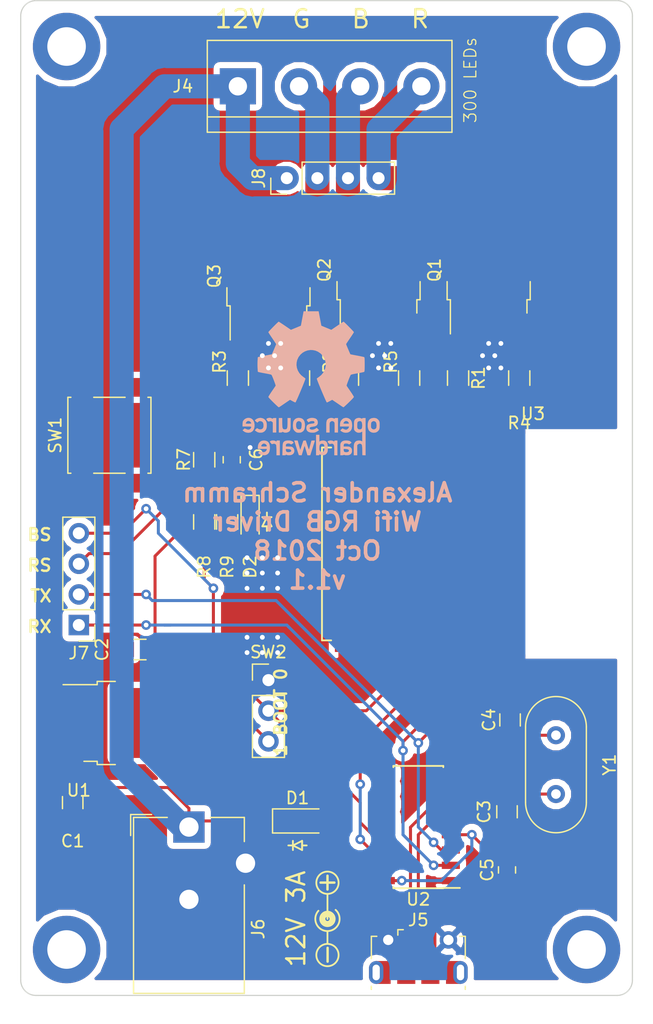
<source format=kicad_pcb>
(kicad_pcb (version 20171130) (host pcbnew 5.0.1)
  (layers (0 F.Cu signal) (31 B.Cu signal) (34 B.Paste user) (35 F.Paste user) (36 B.SilkS user) (37 F.SilkS user) (38 B.Mask user) (39 F.Mask user) (44 Edge.Cuts user))
  (net 0 "")
  (net 1 +12V)
  (net 2 GND)
  (net 3 VCC)
  (net 4 "Net-(C3-Pad1)")
  (net 5 "Net-(C4-Pad1)")
  (net 6 VBUS)
  (net 7 /Controller/RED)
  (net 8 /Controller/BLUE)
  (net 9 /Controller/GREEN)
  (net 10 "/LED Driver/RedChannel")
  (net 11 "/LED Driver/BlueChannel")
  (net 12 "/LED Driver/GreenChannel")
  (net 13 "Net-(J5-Pad3)")
  (net 14 "Net-(J5-Pad2)")
  (net 15 "Net-(Q1-Pad1)")
  (net 16 "Net-(Q2-Pad1)")
  (net 17 "Net-(Q3-Pad1)")
  (net 18 /Controller/RESET)
  (net 19 /Controller/BOOT_SELECT)
  (net 20 "Net-(U2-Pad15)")
  (net 21 "Net-(U2-Pad12)")
  (net 22 "Net-(U2-Pad11)")
  (net 23 "Net-(U2-Pad10)")
  (net 24 "Net-(U2-Pad9)")
  (net 25 "/USB UART Interface/RX")
  (net 26 /Controller/RX)
  (net 27 "Net-(U3-Pad14)")
  (net 28 "Net-(U3-Pad13)")
  (net 29 "Net-(U3-Pad11)")
  (net 30 "Net-(U3-Pad4)")
  (net 31 "Net-(U3-Pad2)")
  (net 32 "Net-(U3-Pad17)")
  (net 33 "Net-(U3-Pad18)")
  (net 34 "Net-(U3-Pad19)")
  (net 35 "Net-(U3-Pad20)")
  (net 36 "Net-(U3-Pad21)")
  (net 37 "Net-(U3-Pad22)")
  (net 38 "Net-(D2-Pad2)")
  (module Resistors_SMD:R_0805_HandSoldering (layer F.Cu) (at 146.304 56.722 270)
    (fp_text reference R3 (at -1.35 1.524 270) (layer F.SilkS))
    (fp_text value 100R)
    (pad 1 smd rect (at -1.35 0 270) (size 1.5 1.3) (layers F.Cu F.Paste F.Mask) (net 17 "Net-(Q3-Pad1)"))
    (pad 2 smd rect (at 1.35 0 270) (size 1.5 1.3) (layers F.Cu F.Paste F.Mask) (net 9 /Controller/GREEN))
  )
  (module Connectors:Barrel_Jack_CUI_PJ-102AH (layer F.Cu) (at 142.24 93.98)
    (fp_text reference J6 (at 5.75 8.45 90) (layer F.SilkS))
    (fp_text value Barrel_Jack)
    (pad 3 thru_hole circle (at 4.7 3) (size 2.6 2.6) (drill 1.6) (layers *.Cu *.Mask) (net 2 GND))
    (pad 2 thru_hole circle (at 0 6) (size 2.6 2.6) (drill 1.6) (layers *.Cu *.Mask) (net 2 GND))
    (pad 1 thru_hole rect (at 0 0) (size 2.6 2.6) (drill 1.6) (layers *.Cu *.Mask) (net 1 +12V))
  )
  (module Housings_SOIC:SOIC-16_3.9x9.9mm_Pitch1.27mm (layer F.Cu) (at 161.29 93.98 180)
    (fp_text reference U2 (at 0 -6 180) (layer F.SilkS))
    (fp_text value CH340G)
    (pad 16 smd rect (at 2.7 -4.445 180) (size 1.5 0.6) (layers F.Cu F.Paste F.Mask) (net 3 VCC))
    (pad 15 smd rect (at 2.7 -3.175 180) (size 1.5 0.6) (layers F.Cu F.Paste F.Mask) (net 20 "Net-(U2-Pad15)"))
    (pad 14 smd rect (at 2.7 -1.905 180) (size 1.5 0.6) (layers F.Cu F.Paste F.Mask) (net 18 /Controller/RESET))
    (pad 13 smd rect (at 2.7 -0.635 180) (size 1.5 0.6) (layers F.Cu F.Paste F.Mask) (net 19 /Controller/BOOT_SELECT))
    (pad 12 smd rect (at 2.7 0.635 180) (size 1.5 0.6) (layers F.Cu F.Paste F.Mask) (net 21 "Net-(U2-Pad12)"))
    (pad 11 smd rect (at 2.7 1.905 180) (size 1.5 0.6) (layers F.Cu F.Paste F.Mask) (net 22 "Net-(U2-Pad11)"))
    (pad 10 smd rect (at 2.7 3.175 180) (size 1.5 0.6) (layers F.Cu F.Paste F.Mask) (net 23 "Net-(U2-Pad10)"))
    (pad 9 smd rect (at 2.7 4.445 180) (size 1.5 0.6) (layers F.Cu F.Paste F.Mask) (net 24 "Net-(U2-Pad9)"))
    (pad 8 smd rect (at -2.7 4.445 180) (size 1.5 0.6) (layers F.Cu F.Paste F.Mask) (net 5 "Net-(C4-Pad1)"))
    (pad 7 smd rect (at -2.7 3.175 180) (size 1.5 0.6) (layers F.Cu F.Paste F.Mask) (net 4 "Net-(C3-Pad1)"))
    (pad 6 smd rect (at -2.7 1.905 180) (size 1.5 0.6) (layers F.Cu F.Paste F.Mask) (net 14 "Net-(J5-Pad2)"))
    (pad 5 smd rect (at -2.7 0.635 180) (size 1.5 0.6) (layers F.Cu F.Paste F.Mask) (net 13 "Net-(J5-Pad3)"))
    (pad 4 smd rect (at -2.7 -0.635 180) (size 1.5 0.6) (layers F.Cu F.Paste F.Mask) (net 3 VCC))
    (pad 3 smd rect (at -2.7 -1.905 180) (size 1.5 0.6) (layers F.Cu F.Paste F.Mask) (net 25 "/USB UART Interface/RX"))
    (pad 2 smd rect (at -2.7 -3.175 180) (size 1.5 0.6) (layers F.Cu F.Paste F.Mask) (net 26 /Controller/RX))
    (pad 1 smd rect (at -2.7 -4.445 180) (size 1.5 0.6) (layers F.Cu F.Paste F.Mask) (net 2 GND))
  )
  (module Capacitors_SMD:C_0805_HandSoldering (layer F.Cu) (at 132.588 91.948 270)
    (fp_text reference C1 (at 3.195 0) (layer F.SilkS))
    (fp_text value 10uF)
    (pad 1 smd rect (at -1.25 0 270) (size 1.5 1.25) (layers F.Cu F.Paste F.Mask) (net 1 +12V))
    (pad 2 smd rect (at 1.25 0 270) (size 1.5 1.25) (layers F.Cu F.Paste F.Mask) (net 2 GND))
  )
  (module Capacitors_SMD:C_0805_HandSoldering (layer F.Cu) (at 138.176 79.248 180)
    (fp_text reference C2 (at 3.155 0 -90) (layer F.SilkS))
    (fp_text value 10uF)
    (pad 2 smd rect (at 1.25 0 180) (size 1.5 1.25) (layers F.Cu F.Paste F.Mask) (net 2 GND))
    (pad 1 smd rect (at -1.25 0 180) (size 1.5 1.25) (layers F.Cu F.Paste F.Mask) (net 3 VCC))
  )
  (module Capacitors_SMD:C_0805_HandSoldering (layer F.Cu) (at 168.656 92.71 270)
    (fp_text reference C3 (at 0 1.905 270) (layer F.SilkS))
    (fp_text value 22pF)
    (pad 1 smd rect (at -1.25 0 270) (size 1.5 1.25) (layers F.Cu F.Paste F.Mask) (net 4 "Net-(C3-Pad1)"))
    (pad 2 smd rect (at 1.25 0 270) (size 1.5 1.25) (layers F.Cu F.Paste F.Mask) (net 2 GND))
  )
  (module Capacitors_SMD:C_0805_HandSoldering (layer F.Cu) (at 168.91 85.09 90)
    (fp_text reference C4 (at 0 -1.75 90) (layer F.SilkS))
    (fp_text value 22pF)
    (pad 2 smd rect (at 1.25 0 90) (size 1.5 1.25) (layers F.Cu F.Paste F.Mask) (net 2 GND))
    (pad 1 smd rect (at -1.25 0 90) (size 1.5 1.25) (layers F.Cu F.Paste F.Mask) (net 5 "Net-(C4-Pad1)"))
  )
  (module Connectors_USB:USB_Micro-B_Molex-105017-0001 (layer F.Cu) (at 161.29 105.695)
    (fp_text reference J5 (at 0 -4) (layer F.SilkS))
    (fp_text value "Micro USB")
    (pad 6 smd rect (at -2.9 0.35) (size 1.2 1.9) (layers F.Cu F.Mask))
    (pad 6 smd rect (at 2.9 0.35) (size 1.2 1.9) (layers F.Cu F.Mask))
    (pad 6 thru_hole oval (at 3.5 0.35) (size 1.2 1.9) (drill oval 0.6 1.3) (layers *.Cu *.Mask))
    (pad 6 thru_hole oval (at -3.5 0.35 180) (size 1.2 1.9) (drill oval 0.6 1.3) (layers *.Cu *.Mask))
    (pad 6 smd rect (at -1 0.35) (size 1.5 1.9) (layers F.Cu F.Paste F.Mask))
    (pad 6 thru_hole circle (at 2.5 -2.35) (size 1.45 1.45) (drill 0.85) (layers *.Cu *.Mask) (net 2 GND))
    (pad 3 smd rect (at 0 -2.35) (size 0.4 1.35) (layers F.Cu F.Paste F.Mask) (net 13 "Net-(J5-Pad3)"))
    (pad 4 smd rect (at 0.65 -2.35) (size 0.4 1.35) (layers F.Cu F.Paste F.Mask) (net 2 GND))
    (pad 5 smd rect (at 1.3 -2.35) (size 0.4 1.35) (layers F.Cu F.Paste F.Mask) (net 2 GND))
    (pad 1 smd rect (at -1.3 -2.35) (size 0.4 1.35) (layers F.Cu F.Paste F.Mask) (net 6 VBUS))
    (pad 2 smd rect (at -0.65 -2.35) (size 0.4 1.35) (layers F.Cu F.Paste F.Mask) (net 14 "Net-(J5-Pad2)"))
    (pad 6 thru_hole circle (at -2.5 -2.35) (size 1.45 1.45) (drill 0.85) (layers *.Cu *.Mask) (net 2 GND))
    (pad 6 smd rect (at 1 0.35) (size 1.5 1.9) (layers F.Cu F.Paste F.Mask))
  )
  (module Mounting_Holes:MountingHole_3.2mm_M3_DIN965_Pad (layer F.Cu) (at 175.26 29.21)
    (fp_text reference MK1 hide)
    (fp_text value Mounting_Hole)
    (pad 1 thru_hole circle (at 0 0) (size 5.6 5.6) (drill 3.2) (layers *.Cu *.Mask))
  )
  (module Mounting_Holes:MountingHole_3.2mm_M3_DIN965_Pad (layer F.Cu) (at 132.08 104.14)
    (fp_text reference MK2 hide)
    (fp_text value Mounting_Hole)
    (pad 1 thru_hole circle (at 0 0) (size 5.6 5.6) (drill 3.2) (layers *.Cu *.Mask))
  )
  (module Mounting_Holes:MountingHole_3.2mm_M3_DIN965_Pad (layer F.Cu) (at 132.08 29.21)
    (fp_text reference MK3 hide)
    (fp_text value Mounting_Hole)
    (pad 1 thru_hole circle (at 0 0) (size 5.6 5.6) (drill 3.2) (layers *.Cu *.Mask))
  )
  (module Mounting_Holes:MountingHole_3.2mm_M3_DIN965_Pad (layer F.Cu) (at 175.26 104.14)
    (fp_text reference MK4 hide)
    (fp_text value Mounting_Hole)
    (pad 1 thru_hole circle (at 0 0) (size 5.6 5.6) (drill 3.2) (layers *.Cu *.Mask))
  )
  (module Resistors_SMD:R_0805_HandSoldering (layer F.Cu) (at 164.592 56.722 270)
    (fp_text reference R1 (at 0 -1.7 270) (layer F.SilkS))
    (fp_text value 100R)
    (pad 1 smd rect (at -1.35 0 270) (size 1.5 1.3) (layers F.Cu F.Paste F.Mask) (net 15 "Net-(Q1-Pad1)"))
    (pad 2 smd rect (at 1.35 0 270) (size 1.5 1.3) (layers F.Cu F.Paste F.Mask) (net 7 /Controller/RED))
  )
  (module Resistors_SMD:R_0805_HandSoldering (layer F.Cu) (at 155.448 56.722 270)
    (fp_text reference R2 (at -1.35 1.524 270) (layer F.SilkS))
    (fp_text value 100R)
    (pad 1 smd rect (at -1.35 0 270) (size 1.5 1.3) (layers F.Cu F.Paste F.Mask) (net 16 "Net-(Q2-Pad1)"))
    (pad 2 smd rect (at 1.35 0 270) (size 1.5 1.3) (layers F.Cu F.Paste F.Mask) (net 8 /Controller/BLUE))
  )
  (module Resistors_SMD:R_0805_HandSoldering (layer F.Cu) (at 169.672 56.722 90)
    (fp_text reference R4 (at -3.73 0 180) (layer F.SilkS))
    (fp_text value 10K)
    (pad 2 smd rect (at 1.35 0 90) (size 1.5 1.3) (layers F.Cu F.Paste F.Mask) (net 2 GND))
    (pad 1 smd rect (at -1.35 0 90) (size 1.5 1.3) (layers F.Cu F.Paste F.Mask) (net 15 "Net-(Q1-Pad1)"))
  )
  (module Resistors_SMD:R_0805_HandSoldering (layer F.Cu) (at 160.528 56.722 90)
    (fp_text reference R5 (at 1.35 -1.524 90) (layer F.SilkS))
    (fp_text value 10K)
    (pad 2 smd rect (at 1.35 0 90) (size 1.5 1.3) (layers F.Cu F.Paste F.Mask) (net 2 GND))
    (pad 1 smd rect (at -1.35 0 90) (size 1.5 1.3) (layers F.Cu F.Paste F.Mask) (net 16 "Net-(Q2-Pad1)"))
  )
  (module Resistors_SMD:R_0805_HandSoldering (layer F.Cu) (at 151.384 56.722 90)
    (fp_text reference R6 (at 1.35 -1.524 270) (layer F.SilkS))
    (fp_text value 10K)
    (pad 2 smd rect (at 1.35 0 90) (size 1.5 1.3) (layers F.Cu F.Paste F.Mask) (net 2 GND))
    (pad 1 smd rect (at -1.35 0 90) (size 1.5 1.3) (layers F.Cu F.Paste F.Mask) (net 17 "Net-(Q3-Pad1)"))
  )
  (module Resistors_SMD:R_0805_HandSoldering (layer F.Cu) (at 143.51 63.5 90)
    (fp_text reference R7 (at 0 -1.7 90) (layer F.SilkS))
    (fp_text value 10K)
    (pad 1 smd rect (at -1.35 0 90) (size 1.5 1.3) (layers F.Cu F.Paste F.Mask) (net 3 VCC))
    (pad 2 smd rect (at 1.35 0 90) (size 1.5 1.3) (layers F.Cu F.Paste F.Mask) (net 18 /Controller/RESET))
  )
  (module Resistors_SMD:R_0805_HandSoldering (layer F.Cu) (at 143.51 68.66 270)
    (fp_text reference R8 (at 3.73 0 90) (layer F.SilkS))
    (fp_text value 10K)
    (pad 2 smd rect (at 1.35 0 270) (size 1.5 1.3) (layers F.Cu F.Paste F.Mask) (net 19 /Controller/BOOT_SELECT))
    (pad 1 smd rect (at -1.35 0 270) (size 1.5 1.3) (layers F.Cu F.Paste F.Mask) (net 3 VCC))
  )
  (module Crystals:Crystal_HC49-U_Vertical (layer F.Cu) (at 172.72 91.24 90)
    (fp_text reference Y1 (at 2.44 4.445 90) (layer F.SilkS))
    (fp_text value "12 Mhz Crystal")
    (pad 2 thru_hole circle (at 4.88 0 90) (size 1.5 1.5) (drill 0.8) (layers *.Cu *.Mask) (net 5 "Net-(C4-Pad1)"))
    (pad 1 thru_hole circle (at 0 0 90) (size 1.5 1.5) (drill 0.8) (layers *.Cu *.Mask) (net 4 "Net-(C3-Pad1)"))
  )
  (module Symbols:Symbol_Barrel_Polarity (layer F.Cu) (at 153.67 101.6 90)
    (fp_text reference REF** hide)
    (fp_text value Symbol_Barrel_Polarity)
  )
  (module Symbols:OSHW-Logo_11.4x12mm_SilkScreen (layer B.Cu) (at 152.4 57.15 180)
    (fp_text reference REF*** hide)
    (fp_text value OSHW-Logo_11.4x12mm_SilkScreen hide)
  )
  (module ESP8266:ESP-12E_SMD (layer F.Cu) (at 168.91 63.5 270)
    (fp_text reference U3 (at -3.81 -1.905) (layer F.SilkS))
    (fp_text value ESP-12E hide)
    (pad 1 smd rect (at 0 0 270) (size 2.5 1.1) (drill (offset -0.7 0)) (layers F.Cu F.Paste F.Mask) (net 18 /Controller/RESET))
    (pad 2 smd rect (at 0 2 270) (size 2.5 1.1) (drill (offset -0.7 0)) (layers F.Cu F.Paste F.Mask) (net 31 "Net-(U3-Pad2)"))
    (pad 3 smd rect (at 0 4 270) (size 2.5 1.1) (drill (offset -0.7 0)) (layers F.Cu F.Paste F.Mask) (net 18 /Controller/RESET))
    (pad 4 smd rect (at 0 6 270) (size 2.5 1.1) (drill (offset -0.7 0)) (layers F.Cu F.Paste F.Mask) (net 30 "Net-(U3-Pad4)"))
    (pad 5 smd rect (at 0 8 270) (size 2.5 1.1) (drill (offset -0.7 0)) (layers F.Cu F.Paste F.Mask) (net 7 /Controller/RED))
    (pad 6 smd rect (at 0 10 270) (size 2.5 1.1) (drill (offset -0.7 0)) (layers F.Cu F.Paste F.Mask) (net 8 /Controller/BLUE))
    (pad 7 smd rect (at 0 12 270) (size 2.5 1.1) (drill (offset -0.7 0)) (layers F.Cu F.Paste F.Mask) (net 9 /Controller/GREEN))
    (pad 8 smd rect (at 0 14 270) (size 2.5 1.1) (drill (offset -0.7 0)) (layers F.Cu F.Paste F.Mask) (net 3 VCC))
    (pad 9 smd rect (at 14 14 270) (size 2.5 1.1) (drill (offset 0.7 0)) (layers F.Cu F.Paste F.Mask) (net 2 GND))
    (pad 10 smd rect (at 14 12 270) (size 2.5 1.1) (drill (offset 0.7 0)) (layers F.Cu F.Paste F.Mask) (net 2 GND))
    (pad 11 smd rect (at 14 10 270) (size 2.5 1.1) (drill (offset 0.7 0)) (layers F.Cu F.Paste F.Mask) (net 29 "Net-(U3-Pad11)"))
    (pad 12 smd rect (at 14 8 270) (size 2.5 1.1) (drill (offset 0.7 0)) (layers F.Cu F.Paste F.Mask) (net 19 /Controller/BOOT_SELECT))
    (pad 13 smd rect (at 14 6 270) (size 2.5 1.1) (drill (offset 0.7 0)) (layers F.Cu F.Paste F.Mask) (net 28 "Net-(U3-Pad13)"))
    (pad 14 smd rect (at 14 4 270) (size 2.5 1.1) (drill (offset 0.7 0)) (layers F.Cu F.Paste F.Mask) (net 27 "Net-(U3-Pad14)"))
    (pad 15 smd rect (at 14 2 270) (size 2.5 1.1) (drill (offset 0.7 0)) (layers F.Cu F.Paste F.Mask) (net 26 /Controller/RX))
    (pad 16 smd rect (at 14 0 270) (size 2.5 1.1) (drill (offset 0.7 0)) (layers F.Cu F.Paste F.Mask) (net 25 "/USB UART Interface/RX"))
    (pad 17 smd rect (at 1.99 15) (size 2.5 1.1) (drill (offset -0.7 0)) (layers F.Cu F.Paste F.Mask) (net 32 "Net-(U3-Pad17)"))
    (pad 18 smd rect (at 3.99 15) (size 2.5 1.1) (drill (offset -0.7 0)) (layers F.Cu F.Paste F.Mask) (net 33 "Net-(U3-Pad18)"))
    (pad 19 smd rect (at 5.99 15) (size 2.5 1.1) (drill (offset -0.7 0)) (layers F.Cu F.Paste F.Mask) (net 34 "Net-(U3-Pad19)"))
    (pad 20 smd rect (at 7.99 15) (size 2.5 1.1) (drill (offset -0.7 0)) (layers F.Cu F.Paste F.Mask) (net 35 "Net-(U3-Pad20)"))
    (pad 21 smd rect (at 9.99 15) (size 2.5 1.1) (drill (offset -0.7 0)) (layers F.Cu F.Paste F.Mask) (net 36 "Net-(U3-Pad21)"))
    (pad 22 smd rect (at 11.99 15) (size 2.5 1.1) (drill (offset -0.7 0)) (layers F.Cu F.Paste F.Mask) (net 37 "Net-(U3-Pad22)"))
  )
  (module Pin_Headers:Pin_Header_Straight_1x04_Pitch2.54mm (layer F.Cu) (at 133.096 77.216 180)
    (fp_text reference J7 (at 0 -2.33 180) (layer F.SilkS))
    (fp_text value Conn_01x04)
    (pad 4 thru_hole oval (at 0 7.62 180) (size 1.7 1.7) (drill 1) (layers *.Cu *.Mask) (net 19 /Controller/BOOT_SELECT))
    (pad 3 thru_hole oval (at 0 5.08 180) (size 1.7 1.7) (drill 1) (layers *.Cu *.Mask) (net 18 /Controller/RESET))
    (pad 2 thru_hole oval (at 0 2.54 180) (size 1.7 1.7) (drill 1) (layers *.Cu *.Mask) (net 25 "/USB UART Interface/RX"))
    (pad 1 thru_hole rect (at 0 0 180) (size 1.7 1.7) (drill 1) (layers *.Cu *.Mask) (net 26 /Controller/RX))
  )
  (module Pin_Headers:Pin_Header_Straight_1x03_Pitch2.54mm (layer F.Cu) (at 148.844 81.788)
    (fp_text reference SW2 (at 0 -2.33) (layer F.SilkS))
    (fp_text value "Boot SEL")
    (pad 3 thru_hole oval (at 0 5.08) (size 1.7 1.7) (drill 1) (layers *.Cu *.Mask) (net 3 VCC))
    (pad 2 thru_hole oval (at 0 2.54) (size 1.7 1.7) (drill 1) (layers *.Cu *.Mask) (net 19 /Controller/BOOT_SELECT))
    (pad 1 thru_hole rect (at 0 0) (size 1.7 1.7) (drill 1) (layers *.Cu *.Mask) (net 2 GND))
  )
  (module LEDs:LED_0805_HandSoldering (layer F.Cu) (at 147.32 68.66 270)
    (fp_text reference D2 (at 3.73 0 270) (layer F.SilkS))
    (fp_text value LED)
    (pad 2 smd rect (at 1.35 0 270) (size 1.5 1.3) (layers F.Cu F.Paste F.Mask) (net 38 "Net-(D2-Pad2)"))
    (pad 1 smd rect (at -1.35 0 270) (size 1.5 1.3) (layers F.Cu F.Paste F.Mask) (net 2 GND))
  )
  (module Resistors_SMD:R_0805_HandSoldering (layer F.Cu) (at 145.415 68.66 270)
    (fp_text reference R9 (at 3.73 0 90) (layer F.SilkS))
    (fp_text value 10K)
    (pad 2 smd rect (at 1.35 0 270) (size 1.5 1.3) (layers F.Cu F.Paste F.Mask) (net 38 "Net-(D2-Pad2)"))
    (pad 1 smd rect (at -1.35 0 270) (size 1.5 1.3) (layers F.Cu F.Paste F.Mask) (net 3 VCC))
  )
  (module "miscparts:Diode Symbol" (layer F.Cu) (at 148.717 68.2625 90)
    (fp_text reference REF** hide)
    (fp_text value "Diode Symbol")
  )
  (module "miscparts:Diode Symbol" (layer F.Cu) (at 150.876 95.504 180)
    (fp_text reference REF** hide)
    (fp_text value "Diode Symbol")
  )
  (module Capacitor_SMD:C_0805_2012Metric_Pad1.15x1.40mm_HandSolder (layer F.Cu) (at 168.656 97.536 90)
    (fp_text reference C5 (at 0 -1.65 90) (layer F.SilkS))
    (fp_text value 10uF)
    (pad 1 smd roundrect (at -1.025 0 90) (size 1.15 1.4) (layers F.Cu F.Paste F.Mask) (roundrect_rratio 0.217391) (net 2 GND))
    (pad 2 smd roundrect (at 1.025 0 90) (size 1.15 1.4) (layers F.Cu F.Paste F.Mask) (roundrect_rratio 0.217391) (net 3 VCC))
  )
  (module Connector_PinHeader_2.54mm:PinHeader_1x04_P2.54mm_Vertical (layer F.Cu) (at 150.368 40.132 90)
    (fp_text reference J8 (at 0 -2.33 90) (layer F.SilkS))
    (fp_text value Conn_01x04)
    (pad 1 thru_hole circle (at 0 0 90) (size 1.7 1.7) (drill 1) (layers *.Cu *.Mask) (net 1 +12V))
    (pad 2 thru_hole oval (at 0 2.54 90) (size 1.7 1.7) (drill 1) (layers *.Cu *.Mask) (net 12 "/LED Driver/GreenChannel"))
    (pad 3 thru_hole oval (at 0 5.08 90) (size 1.7 1.7) (drill 1) (layers *.Cu *.Mask) (net 11 "/LED Driver/BlueChannel"))
    (pad 4 thru_hole oval (at 0 7.62 90) (size 1.7 1.7) (drill 1) (layers *.Cu *.Mask) (net 10 "/LED Driver/RedChannel"))
  )
  (module Package_TO_SOT_SMD:TO-252-2 (layer F.Cu) (at 167.132 47.752 90)
    (fp_text reference Q1 (at 0 -4.5 90) (layer F.SilkS))
    (fp_text value IRLR8726TRLPBF)
    (pad 1 smd rect (at -4.2 -2.28 90) (size 2.2 1.2) (layers F.Cu F.Paste F.Mask) (net 15 "Net-(Q1-Pad1)"))
    (pad 3 smd rect (at -4.2 2.28 90) (size 2.2 1.2) (layers F.Cu F.Paste F.Mask) (net 2 GND))
    (pad 2 smd rect (at 2.1 0 90) (size 6.4 5.8) (layers F.Cu F.Mask) (net 10 "/LED Driver/RedChannel"))
  )
  (module Package_TO_SOT_SMD:TO-252-2 (layer F.Cu) (at 157.988 47.752 90)
    (fp_text reference Q2 (at 0 -4.5 90) (layer F.SilkS))
    (fp_text value IRLR8726TRLPBF)
    (pad 2 smd rect (at 2.1 0 90) (size 6.4 5.8) (layers F.Cu F.Mask) (net 11 "/LED Driver/BlueChannel"))
    (pad 3 smd rect (at -4.2 2.28 90) (size 2.2 1.2) (layers F.Cu F.Paste F.Mask) (net 2 GND))
    (pad 1 smd rect (at -4.2 -2.28 90) (size 2.2 1.2) (layers F.Cu F.Paste F.Mask) (net 16 "Net-(Q2-Pad1)"))
  )
  (module Package_TO_SOT_SMD:TO-252-2 (layer F.Cu) (at 148.844 48.26 90)
    (fp_text reference Q3 (at 0 -4.5 90) (layer F.SilkS))
    (fp_text value IRLR8726TRLPBF)
    (pad 2 smd rect (at 2.1 0 90) (size 6.4 5.8) (layers F.Cu F.Mask) (net 12 "/LED Driver/GreenChannel"))
    (pad 3 smd rect (at -4.2 2.28 90) (size 2.2 1.2) (layers F.Cu F.Paste F.Mask) (net 2 GND))
    (pad 1 smd rect (at -4.2 -2.28 90) (size 2.2 1.2) (layers F.Cu F.Paste F.Mask) (net 17 "Net-(Q3-Pad1)"))
  )
  (module Button_Switch_SMD:SW_SPST_B3S-1000 (layer F.Cu) (at 135.636 61.468 90)
    (fp_text reference SW1 (at 0 -4.5 90) (layer F.SilkS))
    (fp_text value SW_RESET)
    (pad 1 smd rect (at -3.975 -2.25 90) (size 1.55 1.3) (layers F.Cu F.Paste F.Mask) (net 2 GND))
    (pad 1 smd rect (at 3.975 -2.25 90) (size 1.55 1.3) (layers F.Cu F.Paste F.Mask) (net 2 GND))
    (pad 2 smd rect (at -3.975 2.25 90) (size 1.55 1.3) (layers F.Cu F.Paste F.Mask))
    (pad 2 smd rect (at 3.975 2.25 90) (size 1.55 1.3) (layers F.Cu F.Paste F.Mask) (net 18 /Controller/RESET))
  )
  (module Package_TO_SOT_SMD:TO-252-2 (layer F.Cu) (at 137.092 85.344)
    (fp_text reference U1 (at -3.996 5.588) (layer F.SilkS))
    (fp_text value LM1117-3.3)
    (pad 1 smd rect (at -4.2 -2.28) (size 2.2 1.2) (layers F.Cu F.Paste F.Mask) (net 2 GND))
    (pad 3 smd rect (at -4.2 2.28) (size 2.2 1.2) (layers F.Cu F.Paste F.Mask) (net 1 +12V))
    (pad 2 smd rect (at 2.1 0) (size 6.4 5.8) (layers F.Cu F.Mask) (net 3 VCC))
  )
  (module Resistor_SMD:R_0805_2012Metric_Pad1.15x1.40mm_HandSolder (layer F.Cu) (at 145.796 63.5 90)
    (fp_text reference C6 (at 0 2.032 90) (layer F.SilkS))
    (fp_text value 10uF)
    (pad 1 smd roundrect (at -1.025 0 90) (size 1.15 1.4) (layers F.Cu F.Paste F.Mask) (roundrect_rratio 0.217) (net 3 VCC))
    (pad 2 smd roundrect (at 1.025 0 90) (size 1.15 1.4) (layers F.Cu F.Paste F.Mask) (roundrect_rratio 0.217391) (net 2 GND))
  )
  (module TerminalBlock:TerminalBlock_bornier-4_P5.08mm (layer F.Cu) (at 146.304 32.512)
    (fp_text reference J4 (at -4.572 0) (layer F.SilkS))
    (fp_text value Conn_01x04)
    (pad 2 thru_hole circle (at 5.08 0) (size 3 3) (drill 1.52) (layers *.Cu *.Mask) (net 12 "/LED Driver/GreenChannel"))
    (pad 3 thru_hole circle (at 10.16 0) (size 3 3) (drill 1.52) (layers *.Cu *.Mask) (net 11 "/LED Driver/BlueChannel"))
    (pad 1 thru_hole rect (at 0 0) (size 3 3) (drill 1.52) (layers *.Cu *.Mask) (net 1 +12V))
    (pad 4 thru_hole circle (at 15.24 0) (size 3 3) (drill 1.52) (layers *.Cu *.Mask) (net 10 "/LED Driver/RedChannel"))
  )
  (module Diode_SMD:D_SOD-123F (layer F.Cu) (at 151.384 93.472)
    (fp_text reference D1 (at -0.127 -1.905) (layer F.SilkS))
    (fp_text value D)
    (pad 1 smd rect (at -1.4 0) (size 1.1 1.1) (layers F.Cu F.Paste F.Mask) (net 1 +12V))
    (pad 2 smd rect (at 1.4 0) (size 1.1 1.1) (layers F.Cu F.Paste F.Mask) (net 6 VBUS))
  )
  (gr_text "1 BOOT 0" (at 149.86 84.455 90) (layer F.SilkS) (effects (font (size 1 1) (thickness 0.2))))
  (gr_text BS (at 130.937 69.723) (layer F.SilkS) (effects (font (size 1 1) (thickness 0.2)) (justify right)))
  (gr_text RS (at 130.937 72.263) (layer F.SilkS) (effects (font (size 1 1) (thickness 0.2)) (justify right)))
  (gr_text RX (at 130.937 77.343) (layer F.SilkS) (effects (font (size 1 1) (thickness 0.2)) (justify right)))
  (gr_text TX (at 130.937 74.803) (layer F.SilkS) (effects (font (size 1 1) (thickness 0.2)) (justify right)))
  (gr_text "Alexander Schramm\nWifi RGB Driver\nOct 2018\nv1.1" (at 152.908 69.85) (layer B.SilkS) (effects (font (size 1.5 1.5) (thickness 0.3)) (justify mirror)))
  (gr_text "300 LEDs" (at 165.608 32.004 90) (layer F.SilkS) (effects (font (size 1 1) (thickness 0.1))))
  (gr_text - (at 153.6446 104.5718 90) (layer F.SilkS) (effects (font (size 1.5 1.5) (thickness 0.2))))
  (gr_text + (at 153.7462 98.4758) (layer F.SilkS) (effects (font (size 1.5 1.5) (thickness 0.2))))
  (gr_text "12V 3A" (at 151.13 101.6 90) (layer F.SilkS) (effects (font (size 1.5 1.5) (thickness 0.2))))
  (gr_text "12V  G   B   R" (at 144.272 26.924) (layer F.SilkS) (effects (font (size 1.5 1.5) (thickness 0.2)) (justify left)))
  (gr_line (start 179.07 106.68) (end 179.07 26.67) (layer Edge.Cuts) (width 0.1))
  (gr_line (start 129.54 107.95) (end 177.8 107.95) (layer Edge.Cuts) (width 0.1))
  (gr_line (start 128.27 26.67) (end 128.27 106.68) (layer Edge.Cuts) (width 0.1))
  (gr_line (start 177.8 25.4) (end 129.54 25.4) (layer Edge.Cuts) (width 0.1))
  (gr_arc (start 177.8 106.68) (end 177.8 107.95) (angle -90) (layer Edge.Cuts) (width 0.1))
  (gr_arc (start 129.54 106.68) (end 128.27 106.68) (angle -90) (layer Edge.Cuts) (width 0.1))
  (gr_arc (start 129.54 26.67) (end 129.54 25.4) (angle -90) (layer Edge.Cuts) (width 0.1))
  (gr_arc (start 177.8 26.67) (end 179.07 26.67) (angle -90) (layer Edge.Cuts) (width 0.1))
  (via (at 157.48 54.864) (size 0.8) (drill 0.4) (layers F.Cu B.Cu) (net 2))
  (via (at 157.988 55.88) (size 0.8) (drill 0.4) (layers F.Cu B.Cu) (net 2))
  (via (at 149.352 54.864) (size 0.8) (drill 0.4) (layers F.Cu B.Cu) (net 2))
  (via (at 148.336 54.864) (size 0.8) (drill 0.4) (layers F.Cu B.Cu) (net 2))
  (segment (start 163.54 98.425) (end 163.99 98.425) (width 0.25) (layer F.Cu) (net 2))
  (segment (start 162.59 103.345) (end 162.59 101.63) (width 0.25) (layer F.Cu) (net 2))
  (segment (start 161.94 102.28) (end 161.94 103.345) (width 0.25) (layer F.Cu) (net 2))
  (segment (start 161.94 102.28) (end 162.59 101.63) (width 0.25) (layer F.Cu) (net 2))
  (via (at 165.735 94.615) (size 0.8) (drill 0.4) (layers F.Cu B.Cu) (net 3))
  (segment (start 163.99 94.615) (end 165.735 94.615) (width 0.25) (layer F.Cu) (net 3))
  (segment (start 165.735 94.615) (end 165.735 95.885) (width 0.25) (layer B.Cu) (net 3))
  (via (at 159.915 98.425) (size 0.8) (drill 0.4) (layers F.Cu B.Cu) (net 3))
  (segment (start 165.735 95.885) (end 163.195 98.425) (width 0.25) (layer B.Cu) (net 3))
  (segment (start 163.195 98.425) (end 159.915 98.425) (width 0.25) (layer B.Cu) (net 3))
  (segment (start 159.915 98.425) (end 158.59 98.425) (width 0.25) (layer F.Cu) (net 3))
  (segment (start 143.51 64.85) (end 143.51 64.75) (width 0.25) (layer F.Cu) (net 3))
  (segment (start 169.13 91.24) (end 168.91 91.46) (width 0.25) (layer F.Cu) (net 4))
  (segment (start 168.91 91.46) (end 168.91 91.335) (width 0.25) (layer F.Cu) (net 4))
  (segment (start 168.93 86.36) (end 168.91 86.34) (width 0.25) (layer F.Cu) (net 5))
  (segment (start 172.72 86.36) (end 168.93 86.36) (width 0.25) (layer F.Cu) (net 5))
  (segment (start 168.91 86.465) (end 168.91 86.34) (width 0.25) (layer F.Cu) (net 5))
  (segment (start 165.84 89.535) (end 168.91 86.465) (width 0.25) (layer F.Cu) (net 5))
  (segment (start 163.99 89.535) (end 165.84 89.535) (width 0.25) (layer F.Cu) (net 5))
  (segment (start 159.99 102.87) (end 160.02 102.84) (width 0.25) (layer F.Cu) (net 6))
  (segment (start 159.99 103.345) (end 159.99 102.87) (width 0.25) (layer F.Cu) (net 6))
  (segment (start 142.748 93.472) (end 142.24 93.98) (width 0.25) (layer F.Cu) (net 1))
  (segment (start 149.984 93.472) (end 142.748 93.472) (width 0.25) (layer F.Cu) (net 1))
  (segment (start 136.652 36.068) (end 140.208 32.512) (width 2) (layer B.Cu) (net 1))
  (segment (start 136.652 88.9) (end 136.652 36.068) (width 2) (layer B.Cu) (net 1))
  (segment (start 140.208 32.512) (end 146.304 32.512) (width 2) (layer B.Cu) (net 1))
  (segment (start 142.24 93.98) (end 141.732 93.98) (width 2) (layer B.Cu) (net 1))
  (segment (start 141.732 93.98) (end 136.652 88.9) (width 2) (layer B.Cu) (net 1))
  (segment (start 147.518 40.132) (end 146.304 38.918) (width 2) (layer B.Cu) (net 1))
  (segment (start 150.368 40.132) (end 147.518 40.132) (width 2) (layer B.Cu) (net 1))
  (segment (start 146.304 38.918) (end 146.304 36.576) (width 2) (layer B.Cu) (net 1))
  (segment (start 146.304 32.512) (end 146.304 36.576) (width 2) (layer B.Cu) (net 1))
  (segment (start 133.463 90.698) (end 132.588 90.698) (width 0.25) (layer F.Cu) (net 1))
  (segment (start 140.508 90.698) (end 133.463 90.698) (width 0.25) (layer F.Cu) (net 1))
  (segment (start 142.24 92.43) (end 140.508 90.698) (width 0.25) (layer F.Cu) (net 1))
  (segment (start 142.24 93.98) (end 142.24 92.43) (width 0.25) (layer F.Cu) (net 1))
  (segment (start 132.588 87.928) (end 132.892 87.624) (width 0.25) (layer F.Cu) (net 1))
  (segment (start 132.588 90.698) (end 132.588 87.928) (width 0.25) (layer F.Cu) (net 1))
  (segment (start 151.384 52.72) (end 151.124 52.46) (width 0.25) (layer F.Cu) (net 2))
  (segment (start 151.384 55.372) (end 151.384 52.72) (width 0.25) (layer F.Cu) (net 2))
  (segment (start 160.528 52.212) (end 160.268 51.952) (width 0.25) (layer F.Cu) (net 2))
  (segment (start 160.528 55.372) (end 160.528 52.212) (width 0.25) (layer F.Cu) (net 2))
  (segment (start 169.672 52.212) (end 169.412 51.952) (width 0.25) (layer F.Cu) (net 2))
  (segment (start 169.672 55.372) (end 169.672 52.212) (width 0.25) (layer F.Cu) (net 2))
  (via (at 168.148 53.848) (size 0.8) (drill 0.4) (layers F.Cu B.Cu) (net 2))
  (via (at 167.132 53.848) (size 0.8) (drill 0.4) (layers F.Cu B.Cu) (net 2))
  (via (at 167.64 54.864) (size 0.8) (drill 0.4) (layers F.Cu B.Cu) (net 2))
  (via (at 166.624 54.864) (size 0.8) (drill 0.4) (layers F.Cu B.Cu) (net 2))
  (via (at 167.132 55.88) (size 0.8) (drill 0.4) (layers F.Cu B.Cu) (net 2))
  (via (at 168.148 55.88) (size 0.8) (drill 0.4) (layers F.Cu B.Cu) (net 2))
  (via (at 159.004 53.848) (size 0.8) (drill 0.4) (layers F.Cu B.Cu) (net 2))
  (via (at 157.988 53.848) (size 0.8) (drill 0.4) (layers F.Cu B.Cu) (net 2))
  (via (at 158.496 54.864) (size 0.8) (drill 0.4) (layers F.Cu B.Cu) (net 2))
  (via (at 159.004 55.88) (size 0.8) (drill 0.4) (layers F.Cu B.Cu) (net 2))
  (via (at 149.86 55.88) (size 0.8) (drill 0.4) (layers F.Cu B.Cu) (net 2))
  (via (at 148.844 55.88) (size 0.8) (drill 0.4) (layers F.Cu B.Cu) (net 2))
  (via (at 148.844 53.848) (size 0.8) (drill 0.4) (layers F.Cu B.Cu) (net 2))
  (via (at 149.86 53.848) (size 0.8) (drill 0.4) (layers F.Cu B.Cu) (net 2))
  (via (at 147.32 62.484) (size 0.8) (drill 0.4) (layers F.Cu B.Cu) (net 2))
  (segment (start 147.311 62.475) (end 147.32 62.484) (width 0.25) (layer F.Cu) (net 2))
  (via (at 147.066 74.168) (size 0.8) (drill 0.4) (layers F.Cu B.Cu) (net 2))
  (via (at 148.336 74.168) (size 0.8) (drill 0.4) (layers F.Cu B.Cu) (net 2))
  (via (at 147.066 72.898) (size 0.8) (drill 0.4) (layers F.Cu B.Cu) (net 2))
  (via (at 148.336 72.898) (size 0.8) (drill 0.4) (layers F.Cu B.Cu) (net 2))
  (via (at 149.606 72.898) (size 0.8) (drill 0.4) (layers F.Cu B.Cu) (net 2))
  (via (at 149.606 74.168) (size 0.8) (drill 0.4) (layers F.Cu B.Cu) (net 2))
  (via (at 149.606 71.628) (size 0.8) (drill 0.4) (layers F.Cu B.Cu) (net 2))
  (via (at 148.336 71.628) (size 0.8) (drill 0.4) (layers F.Cu B.Cu) (net 2))
  (via (at 147.066 71.628) (size 0.8) (drill 0.4) (layers F.Cu B.Cu) (net 2))
  (via (at 147.066 78.232) (size 0.8) (drill 0.4) (layers F.Cu B.Cu) (net 2))
  (via (at 148.336 78.232) (size 0.8) (drill 0.4) (layers F.Cu B.Cu) (net 2))
  (via (at 149.606 78.232) (size 0.8) (drill 0.4) (layers F.Cu B.Cu) (net 2))
  (via (at 147.066 79.502) (size 0.8) (drill 0.4) (layers F.Cu B.Cu) (net 2))
  (via (at 148.336 79.502) (size 0.8) (drill 0.4) (layers F.Cu B.Cu) (net 2))
  (via (at 149.606 79.502) (size 0.8) (drill 0.4) (layers F.Cu B.Cu) (net 2))
  (segment (start 167.631 96.511) (end 168.656 96.511) (width 0.25) (layer F.Cu) (net 3))
  (segment (start 165.735 94.615) (end 167.631 96.511) (width 0.25) (layer F.Cu) (net 3))
  (segment (start 139.403 85.133) (end 139.192 85.344) (width 0.25) (layer F.Cu) (net 3))
  (segment (start 139.403 82.194) (end 139.403 85.133) (width 0.25) (layer F.Cu) (net 3))
  (segment (start 145.796 64.525) (end 149.343 64.525) (width 0.25) (layer F.Cu) (net 3))
  (segment (start 150.368 63.5) (end 154.91 63.5) (width 0.25) (layer F.Cu) (net 3))
  (segment (start 149.343 64.525) (end 150.368 63.5) (width 0.25) (layer F.Cu) (net 3))
  (segment (start 145.415 67.31) (end 143.51 67.31) (width 0.25) (layer F.Cu) (net 3))
  (segment (start 145.471 64.85) (end 145.796 64.525) (width 0.25) (layer F.Cu) (net 3))
  (segment (start 143.51 64.85) (end 145.471 64.85) (width 0.25) (layer F.Cu) (net 3))
  (segment (start 152.4 89.408) (end 155.30998 92.31798) (width 0.25) (layer F.Cu) (net 3))
  (segment (start 158.14 98.425) (end 158.59 98.425) (width 0.25) (layer F.Cu) (net 3))
  (segment (start 139.192 88.494) (end 140.106 89.408) (width 0.25) (layer F.Cu) (net 3))
  (segment (start 155.30998 95.59498) (end 158.14 98.425) (width 0.25) (layer F.Cu) (net 3))
  (segment (start 140.106 89.408) (end 152.4 89.408) (width 0.25) (layer F.Cu) (net 3))
  (segment (start 139.192 85.344) (end 139.192 88.494) (width 0.25) (layer F.Cu) (net 3))
  (segment (start 155.30998 92.31798) (end 155.30998 95.59498) (width 0.25) (layer F.Cu) (net 3))
  (segment (start 147.32 85.344) (end 148.844 86.868) (width 0.25) (layer F.Cu) (net 3))
  (segment (start 139.192 85.344) (end 147.32 85.344) (width 0.25) (layer F.Cu) (net 3))
  (segment (start 143.51 67.31) (end 143.51 64.85) (width 0.25) (layer F.Cu) (net 3))
  (segment (start 139.426 82.171) (end 139.426 79.248) (width 0.25) (layer F.Cu) (net 3))
  (segment (start 139.403 82.194) (end 139.426 82.171) (width 0.25) (layer F.Cu) (net 3))
  (segment (start 139.426 79.248) (end 139.426 71.494) (width 0.25) (layer F.Cu) (net 3))
  (segment (start 143.51 67.41) (end 143.51 67.31) (width 0.25) (layer F.Cu) (net 3))
  (segment (start 139.426 71.494) (end 143.51 67.41) (width 0.25) (layer F.Cu) (net 3))
  (segment (start 168.876 91.24) (end 168.656 91.46) (width 0.25) (layer F.Cu) (net 4))
  (segment (start 172.72 91.24) (end 168.876 91.24) (width 0.25) (layer F.Cu) (net 4))
  (segment (start 164.99 90.805) (end 163.99 90.805) (width 0.25) (layer F.Cu) (net 4))
  (segment (start 167.126 90.805) (end 164.99 90.805) (width 0.25) (layer F.Cu) (net 4))
  (segment (start 167.781 91.46) (end 167.126 90.805) (width 0.25) (layer F.Cu) (net 4))
  (segment (start 168.656 91.46) (end 167.781 91.46) (width 0.25) (layer F.Cu) (net 4))
  (segment (start 160.02 101.508) (end 160.02 101.6) (width 0.25) (layer F.Cu) (net 6))
  (segment (start 152.784 94.272) (end 160.02 101.508) (width 0.25) (layer F.Cu) (net 6))
  (segment (start 152.784 93.472) (end 152.784 94.272) (width 0.25) (layer F.Cu) (net 6))
  (segment (start 160.02 102.84) (end 160.02 101.6) (width 0.25) (layer F.Cu) (net 6))
  (segment (start 160.91 61.854) (end 160.91 63.5) (width 0.25) (layer F.Cu) (net 7))
  (segment (start 164.592 58.172) (end 160.91 61.854) (width 0.25) (layer F.Cu) (net 7))
  (segment (start 164.592 58.072) (end 164.592 58.172) (width 0.25) (layer F.Cu) (net 7))
  (segment (start 159.004 63.406) (end 158.91 63.5) (width 0.25) (layer F.Cu) (net 8))
  (segment (start 158.91 62.534) (end 159.004 62.44) (width 0.25) (layer F.Cu) (net 8))
  (segment (start 158.91 63.5) (end 158.91 62.534) (width 0.25) (layer F.Cu) (net 8))
  (segment (start 155.448 58.172) (end 155.448 58.072) (width 0.25) (layer F.Cu) (net 8))
  (segment (start 159.004 61.728) (end 155.448 58.172) (width 0.25) (layer F.Cu) (net 8))
  (segment (start 159.004 62.44) (end 159.004 61.728) (width 0.25) (layer F.Cu) (net 8))
  (segment (start 147.204 58.072) (end 149.076 59.944) (width 0.25) (layer F.Cu) (net 9))
  (segment (start 146.304 58.072) (end 147.204 58.072) (width 0.25) (layer F.Cu) (net 9))
  (segment (start 156.91 61.778588) (end 156.91 63.5) (width 0.25) (layer F.Cu) (net 9))
  (segment (start 155.075412 59.944) (end 156.91 61.778588) (width 0.25) (layer F.Cu) (net 9))
  (segment (start 149.076 59.944) (end 155.075412 59.944) (width 0.25) (layer F.Cu) (net 9))
  (segment (start 157.988 36.068) (end 161.544 32.512) (width 2) (layer B.Cu) (net 10))
  (segment (start 157.988 40.132) (end 157.988 36.068) (width 2) (layer B.Cu) (net 10))
  (segment (start 161.612 40.132) (end 167.132 45.652) (width 2) (layer F.Cu) (net 10))
  (segment (start 157.988 40.132) (end 161.612 40.132) (width 2) (layer F.Cu) (net 10))
  (segment (start 155.448 33.528) (end 156.464 32.512) (width 2) (layer B.Cu) (net 11))
  (segment (start 155.448 40.132) (end 155.448 33.528) (width 2) (layer B.Cu) (net 11))
  (segment (start 155.448 43.112) (end 155.448 40.132) (width 2) (layer F.Cu) (net 11))
  (segment (start 157.988 45.652) (end 155.448 43.112) (width 2) (layer F.Cu) (net 11))
  (segment (start 152.908 34.036) (end 151.384 32.512) (width 2) (layer B.Cu) (net 12))
  (segment (start 152.908 40.132) (end 152.908 34.036) (width 2) (layer B.Cu) (net 12))
  (segment (start 152.908 42.096) (end 148.844 46.16) (width 2) (layer F.Cu) (net 12))
  (segment (start 152.908 40.132) (end 152.908 42.096) (width 2) (layer F.Cu) (net 12))
  (segment (start 162.56 93.345) (end 163.99 93.345) (width 0.25) (layer F.Cu) (net 13))
  (segment (start 161.29 103.345) (end 161.29 94.615) (width 0.25) (layer F.Cu) (net 13))
  (segment (start 161.29 94.615) (end 162.56 93.345) (width 0.25) (layer F.Cu) (net 13))
  (segment (start 163.99 92.075) (end 162.56 92.075) (width 0.25) (layer F.Cu) (net 14))
  (segment (start 160.64 93.995) (end 160.64 103.345) (width 0.25) (layer F.Cu) (net 14))
  (segment (start 162.56 92.075) (end 160.64 93.995) (width 0.25) (layer F.Cu) (net 14))
  (segment (start 164.592 55.472) (end 164.592 55.372) (width 0.25) (layer F.Cu) (net 15))
  (segment (start 167.192 58.072) (end 164.592 55.472) (width 0.25) (layer F.Cu) (net 15))
  (segment (start 169.672 58.072) (end 167.192 58.072) (width 0.25) (layer F.Cu) (net 15))
  (segment (start 164.592 52.212) (end 164.852 51.952) (width 0.25) (layer F.Cu) (net 15))
  (segment (start 164.592 55.372) (end 164.592 52.212) (width 0.25) (layer F.Cu) (net 15))
  (segment (start 155.448 55.472) (end 155.448 55.372) (width 0.25) (layer F.Cu) (net 16))
  (segment (start 158.048 58.072) (end 155.448 55.472) (width 0.25) (layer F.Cu) (net 16))
  (segment (start 160.528 58.072) (end 158.048 58.072) (width 0.25) (layer F.Cu) (net 16))
  (segment (start 155.448 52.212) (end 155.708 51.952) (width 0.25) (layer F.Cu) (net 16))
  (segment (start 155.448 55.372) (end 155.448 52.212) (width 0.25) (layer F.Cu) (net 16))
  (segment (start 146.304 55.472) (end 146.304 55.372) (width 0.25) (layer F.Cu) (net 17))
  (segment (start 148.904 58.072) (end 146.304 55.472) (width 0.25) (layer F.Cu) (net 17))
  (segment (start 151.384 58.072) (end 148.904 58.072) (width 0.25) (layer F.Cu) (net 17))
  (segment (start 146.304 52.72) (end 146.564 52.46) (width 0.25) (layer F.Cu) (net 17))
  (segment (start 146.304 55.372) (end 146.304 52.72) (width 0.25) (layer F.Cu) (net 17))
  (segment (start 168.91 63.5) (end 168.91 62.414998) (width 0.25) (layer F.Cu) (net 18))
  (segment (start 164.91 63.5) (end 164.91 62.42) (width 0.25) (layer F.Cu) (net 18))
  (segment (start 143.425 62.065) (end 143.51 62.15) (width 0.25) (layer F.Cu) (net 18))
  (segment (start 138.786 57.493) (end 137.886 57.493) (width 0.25) (layer F.Cu) (net 18))
  (segment (start 139.853 57.493) (end 138.786 57.493) (width 0.25) (layer F.Cu) (net 18))
  (segment (start 143.51 61.15) (end 139.853 57.493) (width 0.25) (layer F.Cu) (net 18))
  (segment (start 143.51 62.15) (end 143.51 61.15) (width 0.25) (layer F.Cu) (net 18))
  (segment (start 133.945999 71.286001) (end 136.485999 71.286001) (width 0.25) (layer F.Cu) (net 18))
  (segment (start 133.096 72.136) (end 133.945999 71.286001) (width 0.25) (layer F.Cu) (net 18))
  (segment (start 136.485999 71.286001) (end 141.224 66.548) (width 0.25) (layer F.Cu) (net 18))
  (segment (start 143.51 62.25) (end 143.51 62.15) (width 0.25) (layer F.Cu) (net 18))
  (segment (start 141.224 64.536) (end 143.51 62.25) (width 0.25) (layer F.Cu) (net 18))
  (segment (start 141.224 66.548) (end 141.224 64.536) (width 0.25) (layer F.Cu) (net 18))
  (via (at 156.464 94.996) (size 0.8) (drill 0.4) (layers F.Cu B.Cu) (net 18))
  (segment (start 158.59 95.885) (end 157.353 95.885) (width 0.25) (layer F.Cu) (net 18))
  (segment (start 157.353 95.885) (end 156.464 94.996) (width 0.25) (layer F.Cu) (net 18))
  (via (at 156.464 90.424) (size 0.8) (drill 0.4) (layers F.Cu B.Cu) (net 18))
  (segment (start 156.464 94.996) (end 156.464 90.424) (width 0.25) (layer B.Cu) (net 18))
  (segment (start 168.91 61.214) (end 168.91 63.5) (width 0.25) (layer F.Cu) (net 18))
  (segment (start 168.021 60.325) (end 168.91 61.214) (width 0.25) (layer F.Cu) (net 18))
  (segment (start 165.735 60.325) (end 168.021 60.325) (width 0.25) (layer F.Cu) (net 18))
  (segment (start 164.91 63.5) (end 164.91 61.15) (width 0.25) (layer F.Cu) (net 18))
  (segment (start 164.91 61.15) (end 165.735 60.325) (width 0.25) (layer F.Cu) (net 18))
  (segment (start 156.464 90.424) (end 156.464 87.031002) (width 0.25) (layer F.Cu) (net 18))
  (segment (start 162.37 66.04) (end 164.91 63.5) (width 0.25) (layer F.Cu) (net 18))
  (segment (start 156.972 66.04) (end 162.37 66.04) (width 0.25) (layer F.Cu) (net 18))
  (segment (start 155.8925 64.9605) (end 156.972 66.04) (width 0.25) (layer F.Cu) (net 18))
  (segment (start 143.51 62.15) (end 143.51 62.05) (width 0.25) (layer F.Cu) (net 18))
  (segment (start 143.51 62.05) (end 144.5365 61.0235) (width 0.25) (layer F.Cu) (net 18))
  (segment (start 144.5365 61.0235) (end 155.5115 61.0235) (width 0.25) (layer F.Cu) (net 18))
  (segment (start 155.5115 61.0235) (end 155.8925 61.4045) (width 0.25) (layer F.Cu) (net 18))
  (segment (start 155.8925 61.4045) (end 155.8925 64.9605) (width 0.25) (layer F.Cu) (net 18))
  (segment (start 163.8935 76.708) (end 163.8935 79.601502) (width 0.25) (layer F.Cu) (net 18))
  (segment (start 164.91 75.6915) (end 163.8935 76.708) (width 0.25) (layer F.Cu) (net 18))
  (segment (start 164.91 63.5) (end 164.91 75.6915) (width 0.25) (layer F.Cu) (net 18))
  (segment (start 156.464 87.031002) (end 163.068 80.427002) (width 0.25) (layer F.Cu) (net 18))
  (segment (start 163.8935 79.601502) (end 163.068 80.427002) (width 0.25) (layer F.Cu) (net 18))
  (segment (start 158.14 94.615) (end 158.59 94.615) (width 0.25) (layer F.Cu) (net 19))
  (segment (start 160.91 77.5) (end 160.91 78.585002) (width 0.25) (layer F.Cu) (net 19))
  (via (at 138.684 67.564) (size 0.8) (drill 0.4) (layers F.Cu B.Cu) (net 19))
  (segment (start 133.096 69.596) (end 136.652 69.596) (width 0.25) (layer F.Cu) (net 19))
  (segment (start 136.652 69.596) (end 138.684 67.564) (width 0.25) (layer F.Cu) (net 19))
  (via (at 144.272 74.168) (size 0.8) (drill 0.4) (layers F.Cu B.Cu) (net 19))
  (segment (start 143.764 73.66) (end 144.272 74.168) (width 0.25) (layer F.Cu) (net 19))
  (segment (start 143.51 73.406) (end 143.764 73.66) (width 0.25) (layer F.Cu) (net 19))
  (segment (start 143.51 70.01) (end 143.51 73.406) (width 0.25) (layer F.Cu) (net 19))
  (segment (start 139.7 68.58) (end 138.684 67.564) (width 0.25) (layer B.Cu) (net 19))
  (segment (start 139.7 69.596) (end 139.7 68.58) (width 0.25) (layer B.Cu) (net 19))
  (segment (start 144.272 74.168) (end 139.7 69.596) (width 0.25) (layer B.Cu) (net 19))
  (segment (start 144.272 79.756) (end 144.272 74.168) (width 0.25) (layer F.Cu) (net 19))
  (segment (start 148.844 84.328) (end 144.272 79.756) (width 0.25) (layer F.Cu) (net 19))
  (segment (start 160.91 80.39) (end 160.91 77.5) (width 0.25) (layer F.Cu) (net 19))
  (segment (start 148.844 84.328) (end 156.972 84.328) (width 0.25) (layer F.Cu) (net 19))
  (segment (start 156.972 84.328) (end 160.91 80.39) (width 0.25) (layer F.Cu) (net 19))
  (segment (start 156.464 93.599) (end 157.48 94.615) (width 0.25) (layer F.Cu) (net 19))
  (segment (start 156.464 91.948) (end 156.464 93.599) (width 0.25) (layer F.Cu) (net 19))
  (segment (start 148.844 84.328) (end 156.464 91.948) (width 0.25) (layer F.Cu) (net 19))
  (segment (start 158.59 94.615) (end 157.48 94.615) (width 0.25) (layer F.Cu) (net 19))
  (via (at 162.56 95.25) (size 0.8) (drill 0.4) (layers F.Cu B.Cu) (net 25))
  (segment (start 163.99 95.885) (end 163.195 95.885) (width 0.25) (layer F.Cu) (net 25))
  (segment (start 163.195 95.885) (end 162.56 95.25) (width 0.25) (layer F.Cu) (net 25))
  (via (at 161.29 86.995) (size 0.8) (drill 0.4) (layers F.Cu B.Cu) (net 25))
  (segment (start 162.56 95.25) (end 161.29 93.98) (width 0.25) (layer B.Cu) (net 25))
  (segment (start 161.29 93.98) (end 161.29 86.995) (width 0.25) (layer B.Cu) (net 25))
  (segment (start 168.91 79.375) (end 168.91 77.5) (width 0.25) (layer F.Cu) (net 25))
  (segment (start 161.29 86.995) (end 168.91 79.375) (width 0.25) (layer F.Cu) (net 25))
  (via (at 138.684 74.676) (size 0.8) (drill 0.4) (layers F.Cu B.Cu) (net 25))
  (segment (start 133.096 74.676) (end 138.684 74.676) (width 0.25) (layer F.Cu) (net 25))
  (segment (start 149.479 75.184) (end 161.29 86.995) (width 0.25) (layer B.Cu) (net 25))
  (segment (start 139.192 75.184) (end 149.479 75.184) (width 0.25) (layer B.Cu) (net 25))
  (segment (start 138.684 74.676) (end 139.192 75.184) (width 0.25) (layer B.Cu) (net 25))
  (via (at 160.02 87.63) (size 0.8) (drill 0.4) (layers F.Cu B.Cu) (net 26))
  (via (at 162.56 97.155) (size 0.8) (drill 0.4) (layers F.Cu B.Cu) (net 26))
  (segment (start 160.02 87.63) (end 160.02 94.615) (width 0.25) (layer B.Cu) (net 26))
  (segment (start 160.02 94.615) (end 162.56 97.155) (width 0.25) (layer B.Cu) (net 26))
  (segment (start 162.56 97.155) (end 163.99 97.155) (width 0.25) (layer F.Cu) (net 26))
  (segment (start 166.91 77.5) (end 166.91 80.01) (width 0.25) (layer F.Cu) (net 26))
  (segment (start 160.02 86.9) (end 160.02 87.63) (width 0.25) (layer F.Cu) (net 26))
  (segment (start 166.91 80.01) (end 160.02 86.9) (width 0.25) (layer F.Cu) (net 26))
  (via (at 138.684 77.216) (size 0.8) (drill 0.4) (layers F.Cu B.Cu) (net 26))
  (segment (start 133.096 77.216) (end 138.684 77.216) (width 0.25) (layer F.Cu) (net 26))
  (segment (start 160.02 87.63) (end 160.02 86.868) (width 0.25) (layer B.Cu) (net 26))
  (segment (start 150.368 77.216) (end 140.208 77.216) (width 0.25) (layer B.Cu) (net 26))
  (segment (start 160.02 86.868) (end 150.368 77.216) (width 0.25) (layer B.Cu) (net 26))
  (segment (start 138.684 77.216) (end 140.208 77.216) (width 0.25) (layer B.Cu) (net 26))
  (segment (start 140.208 77.216) (end 140.716 77.216) (width 0.25) (layer B.Cu) (net 26))
  (segment (start 145.415 70.01) (end 147.32 70.01) (width 0.25) (layer F.Cu) (net 38))
  (zone (net 0) (net_name "") (layers F&B.Cu) (connect_pads (clearance 0.508)) (min_thickness 0.254)
    (keepout (tracks not_allowed) (vias not_allowed) (copperpour not_allowed))
    (fill (arc_segments 16) (thermal_gap 0.508) (thermal_bridge_width 0.508))
    (polygon (pts (xy 170.18 60.96) (xy 177.8 60.96) (xy 177.8 80.01) (xy 170.18 80.01)))
  )
  (zone (net 2) (net_name GND) (layer F.Cu) (connect_pads (clearance 0.508)) (min_thickness 0.254) (fill yes (arc_segments 16) (thermal_gap 0.508) (thermal_bridge_width 0.508))
    (polygon (pts (xy 177.8 26.67) (xy 129.54 26.67) (xy 129.54 106.68) (xy 177.8 106.68)))
  )
  (zone (net 2) (net_name GND) (layer B.Cu) (priority 1) (connect_pads yes (clearance 0.508)) (min_thickness 0.254) (fill yes (mode segment) (arc_segments 16) (thermal_gap 0.508) (thermal_bridge_width 0.508))
    (polygon (pts (xy 129.54 26.67) (xy 177.8 26.67) (xy 177.8 106.68) (xy 129.54 106.68)))
  )
  (zone (net 0) (net_name "") (layer F.Cu) (connect_pads yes (clearance 0.508)) (min_thickness 0.254)
    (keepout (tracks allowed) (vias allowed) (copperpour not_allowed))
    (fill (mode segment) (arc_segments 16) (thermal_gap 0.508) (thermal_bridge_width 0.508))
    (polygon (pts (xy 161.671 104.013) (xy 162.814 104.013) (xy 162.814 104.521) (xy 161.671 104.521)))
  )
  (zone (net 0) (net_name "") (layer F.Cu) (connect_pads yes (clearance 0.508)) (min_thickness 0.254)
    (keepout (tracks allowed) (vias allowed) (copperpour not_allowed))
    (fill (mode segment) (arc_segments 16) (thermal_gap 0.508) (thermal_bridge_width 0.508))
    (polygon (pts (xy 142.748 64.008) (xy 146.558 64.008) (xy 146.558 67.183) (xy 142.748 67.183)))
  )
)
</source>
